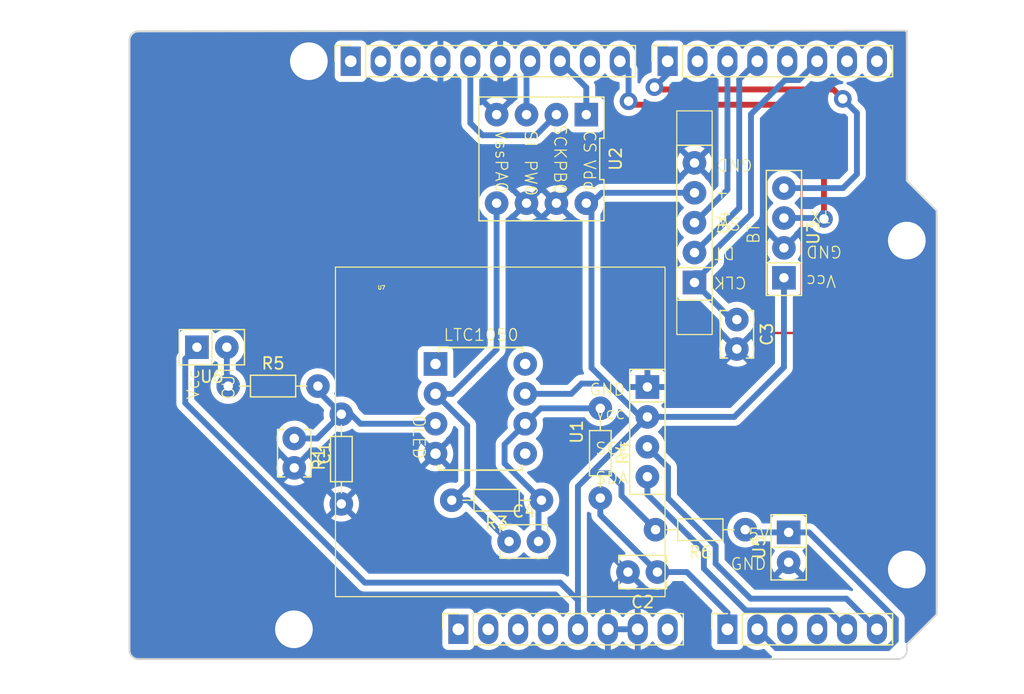
<source format=kicad_pcb>
(kicad_pcb (version 20240108) (generator "pcbnew") (generator_version "8.0")
  (title_block (date "mar. 31 mars 2015"))
  (layers (0 "F.Cu" signal) (31 "B.Cu" signal) (34 "B.Paste" user) (35 "F.Paste" user) (36 "B.SilkS" user "B.Silkscreen") (37 "F.SilkS" user "F.Silkscreen") (38 "B.Mask" user) (39 "F.Mask" user) (44 "Edge.Cuts" user))
  (net 0 "")
  (net 1 "GND")
  (net 3 "+5V")
  (net 4 "/IOREF")
  (net 5 "Net-(U7-+IN)")
  (net 6 "A0")
  (net 7 "/A2")
  (net 8 "/A3")
  (net 9 "IN-")
  (net 10 "Net-(U7-OUT)")
  (net 11 "D11")
  (net 12 "A5")
  (net 13 "/AREF")
  (net 14 "/TX{slash}1")
  (net 15 "/RX{slash}0")
  (net 16 "D13")
  (net 17 "D10")
  (net 18 "/*9")
  (net 19 "A4")
  (net 20 "A1")
  (net 21 "/*6")
  (net 22 "D2")
  (net 23 "D8")
  (net 24 "/*3")
  (net 25 "+3V3")
  (net 26 "VCC")
  (net 27 "/~{RESET}")
  (net 28 "D4")
  (net 29 "D5")
  (net 30 "Net-(U6-OUT)")
  (net 34 "D7")
  (footprint "Connector_PinSocket_2.54mm:PinSocket_1x08_P2.54mm_Vertical" (layer "F.Cu") (at 127.94 97.46 90)
    (property "Reference" "J1" (hide yes))
    (property "Value" "Power")
    (fp_line (start 1.33 -1.33) (end 1.33 0) (stroke (width 0.12)) (layer "F.SilkS"))
    (fp_line (start 0 -1.33) (end 1.33 -1.33) (stroke (width 0.12)) (layer "F.SilkS"))
    (fp_line (start 1.33 1.27) (end 1.33 19.11) (stroke (width 0.12)) (layer "F.SilkS"))
    (fp_line (start -1.33 1.27) (end 1.33 1.27) (stroke (width 0.12)) (layer "F.SilkS"))
    (fp_line (start -1.33 1.27) (end -1.33 19.11) (stroke (width 0.12)) (layer "F.SilkS"))
    (fp_line (start -1.33 19.11) (end 1.33 19.11) (stroke (width 0.12)) (layer "F.SilkS"))
    (pad "1" thru_hole rect (at 0 0 90) (size 2.5 1.7) (drill 1) (layers "*.Cu" "*.Mask"))
    (pad "2" thru_hole oval (at 0 2.54 90) (size 2.5 1.7) (drill 1) (layers "*.Cu" "*.Mask") (net 4 "/IOREF"))
    (pad "3" thru_hole oval (at 0 5.08 90) (size 2.5 1.7) (drill 1) (layers "*.Cu" "*.Mask") (net 27 "/~{RESET}"))
    (pad "4" thru_hole oval (at 0 7.62 90) (size 2.5 1.7) (drill 1) (layers "*.Cu" "*.Mask") (net 25 "+3V3"))
    (pad "5" thru_hole oval (at 0 10.16 90) (size 2.5 1.7) (drill 1) (layers "*.Cu" "*.Mask") (net 3 "+5V"))
    (pad "6" thru_hole oval (at 0 12.7 90) (size 2.5 1.7) (drill 1) (layers "*.Cu" "*.Mask") (net 1 "GND"))
    (pad "7" thru_hole oval (at 0 15.24 90) (size 2.5 1.7) (drill 1) (layers "*.Cu" "*.Mask") (net 1 "GND"))
    (pad "8" thru_hole oval (at 0 17.78 90) (size 2.5 1.7) (drill 1) (layers "*.Cu" "*.Mask") (net 26 "VCC"))
  )
  (footprint "Connector_PinSocket_2.54mm:PinSocket_1x06_P2.54mm_Vertical" (layer "F.Cu") (at 150.8 97.46 90)
    (property "Reference" "J3" (hide yes))
    (property "Value" "Analog")
    (fp_line (start 1.33 -1.33) (end 1.33 0) (stroke (width 0.12)) (layer "F.SilkS"))
    (fp_line (start 0 -1.33) (end 1.33 -1.33) (stroke (width 0.12)) (layer "F.SilkS"))
    (fp_line (start 1.33 1.27) (end 1.33 14.03) (stroke (width 0.12)) (layer "F.SilkS"))
    (fp_line (start -1.33 1.27) (end 1.33 1.27) (stroke (width 0.12)) (layer "F.SilkS"))
    (fp_line (start -1.33 1.27) (end -1.33 14.03) (stroke (width 0.12)) (layer "F.SilkS"))
    (fp_line (start -1.33 14.03) (end 1.33 14.03) (stroke (width 0.12)) (layer "F.SilkS"))
    (pad "1" thru_hole rect (at 0 0 90) (size 2.5 1.7) (drill 1) (layers "*.Cu" "*.Mask") (net 6 "A0"))
    (pad "2" thru_hole oval (at 0 2.54 90) (size 2.5 1.7) (drill 1) (layers "*.Cu" "*.Mask") (net 20 "A1"))
    (pad "3" thru_hole oval (at 0 5.08 90) (size 2.5 1.7) (drill 1) (layers "*.Cu" "*.Mask") (net 7 "/A2"))
    (pad "4" thru_hole oval (at 0 7.62 90) (size 2.5 1.7) (drill 1) (layers "*.Cu" "*.Mask") (net 8 "/A3"))
    (pad "5" thru_hole oval (at 0 10.16 90) (size 2.5 1.7) (drill 1) (layers "*.Cu" "*.Mask") (net 19 "A4"))
    (pad "6" thru_hole oval (at 0 12.7 90) (size 2.5 1.7) (drill 1) (layers "*.Cu" "*.Mask") (net 12 "A5"))
  )
  (footprint "Connector_PinSocket_2.54mm:PinSocket_1x10_P2.54mm_Vertical" (layer "F.Cu") (at 118.796 49.2 90)
    (property "Reference" "J2" (hide yes))
    (property "Value" "Digital/PWM")
    (fp_line (start 1.33 -1.33) (end 1.33 0) (stroke (width 0.12)) (layer "F.SilkS"))
    (fp_line (start 0 -1.33) (end 1.33 -1.33) (stroke (width 0.12)) (layer "F.SilkS"))
    (fp_line (start 1.33 1.27) (end 1.33 24.19) (stroke (width 0.12)) (layer "F.SilkS"))
    (fp_line (start -1.33 1.27) (end 1.33 1.27) (stroke (width 0.12)) (layer "F.SilkS"))
    (fp_line (start -1.33 1.27) (end -1.33 24.19) (stroke (width 0.12)) (layer "F.SilkS"))
    (fp_line (start -1.33 24.19) (end 1.33 24.19) (stroke (width 0.12)) (layer "F.SilkS"))
    (pad "1" thru_hole rect (at 0 0 90) (size 2.5 1.7) (drill 1) (layers "*.Cu" "*.Mask") (net 12 "A5"))
    (pad "2" thru_hole oval (at 0 2.54 90) (size 2.5 1.7) (drill 1) (layers "*.Cu" "*.Mask") (net 19 "A4"))
    (pad "3" thru_hole oval (at 0 5.08 90) (size 2.5 1.7) (drill 1) (layers "*.Cu" "*.Mask") (net 13 "/AREF"))
    (pad "4" thru_hole oval (at 0 7.62 90) (size 2.5 1.7) (drill 1) (layers "*.Cu" "*.Mask") (net 1 "GND"))
    (pad "5" thru_hole oval (at 0 10.16 90) (size 2.5 1.7) (drill 1) (layers "*.Cu" "*.Mask") (net 16 "D13"))
    (pad "6" thru_hole oval (at 0 12.7 90) (size 2.5 1.7) (drill 1) (layers "*.Cu" "*.Mask") (net 1 "GND"))
    (pad "7" thru_hole oval (at 0 15.24 90) (size 2.5 1.7) (drill 1) (layers "*.Cu" "*.Mask") (net 11 "D11"))
    (pad "8" thru_hole oval (at 0 17.78 90) (size 2.5 1.7) (drill 1) (layers "*.Cu" "*.Mask") (net 17 "D10"))
    (pad "9" thru_hole oval (at 0 20.32 90) (size 2.5 1.7) (drill 1) (layers "*.Cu" "*.Mask") (net 18 "/*9"))
    (pad "10" thru_hole oval (at 0 22.86 90) (size 2.5 1.7) (drill 1) (layers "*.Cu" "*.Mask") (net 23 "D8"))
  )
  (footprint "Connector_PinSocket_2.54mm:PinSocket_1x08_P2.54mm_Vertical" (layer "F.Cu") (at 145.72 49.2 90)
    (property "Reference" "J4" (hide yes))
    (property "Value" "Digital/PWM")
    (fp_line (start 1.33 -1.33) (end 1.33 0) (stroke (width 0.12)) (layer "F.SilkS"))
    (fp_line (start 0 -1.33) (end 1.33 -1.33) (stroke (width 0.12)) (layer "F.SilkS"))
    (fp_line (start 1.33 1.27) (end 1.33 19.11) (stroke (width 0.12)) (layer "F.SilkS"))
    (fp_line (start -1.33 1.27) (end 1.33 1.27) (stroke (width 0.12)) (layer "F.SilkS"))
    (fp_line (start -1.33 1.27) (end -1.33 19.11) (stroke (width 0.12)) (layer "F.SilkS"))
    (fp_line (start -1.33 19.11) (end 1.33 19.11) (stroke (width 0.12)) (layer "F.SilkS"))
    (pad "1" thru_hole rect (at 0 0 90) (size 2.5 1.7) (drill 1) (layers "*.Cu" "*.Mask") (net 34 "D7"))
    (pad "2" thru_hole oval (at 0 2.54 90) (size 2.5 1.7) (drill 1) (layers "*.Cu" "*.Mask") (net 21 "/*6"))
    (pad "3" thru_hole oval (at 0 5.08 90) (size 2.5 1.7) (drill 1) (layers "*.Cu" "*.Mask") (net 29 "D5"))
    (pad "4" thru_hole oval (at 0 7.62 90) (size 2.5 1.7) (drill 1) (layers "*.Cu" "*.Mask") (net 28 "D4"))
    (pad "5" thru_hole oval (at 0 10.16 90) (size 2.5 1.7) (drill 1) (layers "*.Cu" "*.Mask") (net 24 "/*3"))
    (pad "6" thru_hole oval (at 0 12.7 90) (size 2.5 1.7) (drill 1) (layers "*.Cu" "*.Mask") (net 22 "D2"))
    (pad "7" thru_hole oval (at 0 15.24 90) (size 2.5 1.7) (drill 1) (layers "*.Cu" "*.Mask") (net 14 "/TX{slash}1"))
    (pad "8" thru_hole oval (at 0 17.78 90) (size 2.5 1.7) (drill 1) (layers "*.Cu" "*.Mask") (net 15 "/RX{slash}0"))
  )
  (footprint "Capacitor_THT:C_Disc_D3.8mm_W2.6mm_P2.50mm" (layer "F.Cu") (at 151.6 71.15 -90)
    (property "Reference" "C3" (at 1.25 -2.55 90) (layer "F.SilkS"))
    (property "Value" "100n")
    (fp_line (start -0.77 1.42) (end 3.27 1.42) (stroke (width 0.12)) (layer "F.SilkS"))
    (fp_line (start -0.77 0.795) (end -0.77 1.42) (stroke (width 0.12)) (layer "F.SilkS"))
    (fp_line (start 3.27 0.795) (end 3.27 1.42) (stroke (width 0.12)) (layer "F.SilkS"))
    (fp_line (start -0.77 -1.42) (end -0.77 -0.795) (stroke (width 0.12)) (layer "F.SilkS"))
    (fp_line (start -0.77 -1.42) (end 3.27 -1.42) (stroke (width 0.12)) (layer "F.SilkS"))
    (fp_line (start 3.27 -1.42) (end 3.27 -0.795) (stroke (width 0.12)) (layer "F.SilkS"))
    (pad "1" thru_hole circle (at 0 0 270) (size 2 2) (drill 0.8) (layers "*.Cu" "*.Mask") (net 22 "D2"))
    (pad "2" thru_hole circle (at 2.5 0 270) (size 2 2) (drill 0.8) (layers "*.Cu" "*.Mask") (net 1 "GND"))
  )
  (footprint "Librairie_Empreinte:OLED" (layer "F.Cu") (at 144 80.69 -90)
    (property "Reference" "U1" (at 0 6 90) (layer "F.SilkS"))
    (property "Value" "~")
    (fp_line (start -5.31 1.5) (end -5.31 -1.5) (stroke (width 0.12)) (layer "F.SilkS"))
    (fp_line (start 5.31 1.5) (end -5.31 1.5) (stroke (width 0.12)) (layer "F.SilkS"))
    (fp_line (start -5.31 -1.5) (end 5.31 -1.5) (stroke (width 0.12)) (layer "F.SilkS"))
    (fp_line (start -2.54 -1.5) (end -2.54 1.5) (stroke (width 0.12)) (layer "F.SilkS"))
    (fp_line (start 5.31 -1.5) (end 5.31 1.5) (stroke (width 0.12)) (layer "F.SilkS"))
    (fp_rect (start -14 -1.5) (end 14 26.5) (stroke (width 0.1)) (fill none) (layer "F.SilkS"))
    (fp_text user "GND" (at -3 5 0) (layer "F.SilkS") (effects (font (thickness 0.1)) (justify left bottom)))
    (fp_text user "Vcc" (at -1 4.5 0) (layer "F.SilkS") (effects (font (thickness 0.1)) (justify left bottom)))
    (fp_text user "SCL" (at 2 4.5 0) (layer "F.SilkS") (effects (font (thickness 0.1)) (justify left bottom)))
    (fp_text user "OLED" (at -1.5 20 -90) (layer "F.SilkS") (effects (font (thickness 0.1)) (justify left bottom)))
    (fp_text user "SDA" (at 4.5 4.5 0) (layer "F.SilkS") (effects (font (thickness 0.1)) (justify left bottom)))
    (pad "1" thru_hole rect (at -3.81 0 270) (size 2 2) (drill 0.8) (layers "*.Cu" "*.Mask") (net 1 "GND"))
    (pad "2" thru_hole circle (at -1.27 0 270) (size 2 2) (drill 0.8) (layers "*.Cu" "*.Mask") (net 3 "+5V"))
    (pad "3" thru_hole circle (at 1.27 0 270) (size 2 2) (drill 0.8) (layers "*.Cu" "*.Mask") (net 12 "A5"))
    (pad "4" thru_hole circle (at 3.81 0 270) (size 2 2) (drill 0.8) (layers "*.Cu" "*.Mask") (net 19 "A4"))
  )
  (footprint "Resistor_THT:R_Axial_DIN0204_L3.6mm_D1.6mm_P7.62mm_Horizontal" (layer "F.Cu") (at 140 78.69 -90)
    (property "Reference" "R4" (at 3.81 -1.92 90) (layer "F.SilkS"))
    (property "Value" "1k")
    (fp_line (start 1.89 0.92) (end 5.73 0.92) (stroke (width 0.12)) (layer "F.SilkS"))
    (fp_line (start 5.73 0.92) (end 5.73 -0.92) (stroke (width 0.12)) (layer "F.SilkS"))
    (fp_line (start 0.94 0) (end 1.89 0) (stroke (width 0.12)) (layer "F.SilkS"))
    (fp_line (start 6.68 0) (end 5.73 0) (stroke (width 0.12)) (layer "F.SilkS"))
    (fp_line (start 1.89 -0.92) (end 1.89 0.92) (stroke (width 0.12)) (layer "F.SilkS"))
    (fp_line (start 5.73 -0.92) (end 1.89 -0.92) (stroke (width 0.12)) (layer "F.SilkS"))
    (pad "1" thru_hole circle (at 0 0 270) (size 2 2) (drill 0.8) (layers "*.Cu" "*.Mask") (net 10 "Net-(U7-OUT)"))
    (pad "2" thru_hole circle (at 7.62 0 270) (size 2 2) (drill 0.8) (layers "*.Cu" "*.Mask") (net 6 "A0"))
  )
  (footprint "Librairie_Empreinte:Capt_grap" (layer "F.Cu") (at 107 73.5)
    (property "Reference" "U6" (at 0 2.5 0) (layer "F.SilkS"))
    (property "Value" "~")
    (fp_line (start -2.77 -1.5) (end 2.77 -1.5) (stroke (width 0.12)) (layer "F.SilkS"))
    (fp_line (start -2.77 1.5) (end -2.77 -1.5) (stroke (width 0.12)) (layer "F.SilkS"))
    (fp_line (start 0 -1.5) (end 0 1.5) (stroke (width 0.12)) (layer "F.SilkS"))
    (fp_line (start 2.77 -1.5) (end 2.77 1.5) (stroke (width 0.12)) (layer "F.SilkS"))
    (fp_line (start 2.77 1.5) (end -2.77 1.5) (stroke (width 0.12)) (layer "F.SilkS"))
    (fp_text user "OUT" (at 2 4.5 90) (layer "F.SilkS") (effects (font (thickness 0.1)) (justify left bottom)))
    (fp_text user "Vcc" (at -1 4.5 90) (layer "F.SilkS") (effects (font (thickness 0.1)) (justify left bottom)))
    (pad "1" thru_hole rect (at -1.27 0) (size 2 2) (drill 0.8) (layers "*.Cu" "*.Mask") (net 3 "+5V"))
    (pad "2" thru_hole circle (at 1.27 0) (size 2 2) (drill 0.8) (layers "*.Cu" "*.Mask") (net 30 "Net-(U6-OUT)"))
  )
  (footprint "Capacitor_THT:C_Disc_D3.8mm_W2.6mm_P2.50mm" (layer "F.Cu") (at 114 81.25 -90)
    (property "Reference" "C1" (at 1.25 -2.55 90) (layer "F.SilkS"))
    (property "Value" "100n")
    (fp_line (start -0.77 1.42) (end 3.27 1.42) (stroke (width 0.12)) (layer "F.SilkS"))
    (fp_line (start -0.77 0.795) (end -0.77 1.42) (stroke (width 0.12)) (layer "F.SilkS"))
    (fp_line (start 3.27 0.795) (end 3.27 1.42) (stroke (width 0.12)) (layer "F.SilkS"))
    (fp_line (start -0.77 -1.42) (end -0.77 -0.795) (stroke (width 0.12)) (layer "F.SilkS"))
    (fp_line (start -0.77 -1.42) (end 3.27 -1.42) (stroke (width 0.12)) (layer "F.SilkS"))
    (fp_line (start 3.27 -1.42) (end 3.27 -0.795) (stroke (width 0.12)) (layer "F.SilkS"))
    (pad "1" thru_hole circle (at 0 0 270) (size 2 2) (drill 0.8) (layers "*.Cu" "*.Mask") (net 5 "Net-(U7-+IN)"))
    (pad "2" thru_hole circle (at 2.5 0 270) (size 2 2) (drill 0.8) (layers "*.Cu" "*.Mask") (net 1 "GND"))
  )
  (footprint "Capacitor_THT:C_Disc_D3.8mm_W2.6mm_P2.50mm" (layer "F.Cu") (at 132.25 90)
    (property "Reference" "C4" (at 1.25 -2.55 0) (layer "F.SilkS"))
    (property "Value" "1u")
    (fp_line (start -0.77 -1.42) (end -0.77 -0.795) (stroke (width 0.12)) (layer "F.SilkS"))
    (fp_line (start -0.77 -1.42) (end 3.27 -1.42) (stroke (width 0.12)) (layer "F.SilkS"))
    (fp_line (start -0.77 0.795) (end -0.77 1.42) (stroke (width 0.12)) (layer "F.SilkS"))
    (fp_line (start -0.77 1.42) (end 3.27 1.42) (stroke (width 0.12)) (layer "F.SilkS"))
    (fp_line (start 3.27 -1.42) (end 3.27 -0.795) (stroke (width 0.12)) (layer "F.SilkS"))
    (fp_line (start 3.27 0.795) (end 3.27 1.42) (stroke (width 0.12)) (layer "F.SilkS"))
    (pad "1" thru_hole circle (at 0 0) (size 2 2) (drill 0.8) (layers "*.Cu" "*.Mask") (net 9 "IN-"))
    (pad "2" thru_hole circle (at 2.5 0) (size 2 2) (drill 0.8) (layers "*.Cu" "*.Mask") (net 10 "Net-(U7-OUT)"))
  )
  (footprint "Librairie_Empreinte:Ampli" (layer "F.Cu") (at 133.62 82.54)
    (property "Reference" "U7" (at -12.208 -14.108 0) (layer "F.SilkS") (effects (font (size 0.314961 0.314961) (thickness 0.07874))))
    (property "Value" "LTC1050ACN8_PBF")
    (fp_line (start -7.366 -9.017) (end -7.366 -8.6614) (stroke (width 0.1524)) (layer "F.SilkS"))
    (fp_line (start -7.366 0.9906) (end -7.366 1.397) (stroke (width 0.1524)) (layer "F.SilkS"))
    (fp_line (start -7.366 1.397) (end -0.254 1.397) (stroke (width 0.1524)) (layer "F.SilkS"))
    (fp_line (start -0.254 -9.017) (end -7.366 -9.017) (stroke (width 0.1524)) (layer "F.SilkS"))
    (fp_line (start -0.254 -8.6106) (end -0.254 -9.017) (stroke (width 0.1524)) (layer "F.SilkS"))
    (fp_line (start -0.254 1.397) (end -0.254 0.9906) (stroke (width 0.1524)) (layer "F.SilkS"))
    (fp_text user "LTC1050" (at -7 -9.5 0) (layer "F.SilkS") (effects (font (thickness 0.1)) (justify left bottom)))
    (pad "1" thru_hole rect (at -7.62 -7.62) (size 2 2) (drill 0.889) (layers "*.Cu" "*.Mask"))
    (pad "2" thru_hole circle (at -7.62 -5.08) (size 2 2) (drill 0.889) (layers "*.Cu" "*.Mask") (net 9 "IN-"))
    (pad "3" thru_hole circle (at -7.62 -2.54) (size 2 2) (drill 0.889) (layers "*.Cu" "*.Mask") (net 5 "Net-(U7-+IN)"))
    (pad "4" thru_hole circle (at -7.62 0) (size 2 2) (drill 0.889) (layers "*.Cu" "*.Mask") (net 1 "GND"))
    (pad "5" thru_hole circle (at 0 0) (size 2 2) (drill 0.889) (layers "*.Cu" "*.Mask"))
    (pad "6" thru_hole circle (at 0 -2.54) (size 2 2) (drill 0.889) (layers "*.Cu" "*.Mask") (net 10 "Net-(U7-OUT)"))
    (pad "7" thru_hole circle (at 0 -5.08) (size 2 2) (drill 0.889) (layers "*.Cu" "*.Mask") (net 3 "+5V"))
    (pad "8" thru_hole circle (at 0 -7.62) (size 2 2) (drill 0.889) (layers "*.Cu" "*.Mask"))
  )
  (footprint "Resistor_THT:R_Axial_DIN0204_L3.6mm_D1.6mm_P7.62mm_Horizontal" (layer "F.Cu") (at 152.31 89 180)
    (property "Reference" "R6" (at 3.81 -1.92 0) (layer "F.SilkS"))
    (property "Value" "47k")
    (fp_line (start 6.68 0) (end 5.73 0) (stroke (width 0.12)) (layer "F.SilkS"))
    (fp_line (start 5.73 0.92) (end 5.73 -0.92) (stroke (width 0.12)) (layer "F.SilkS"))
    (fp_line (start 5.73 -0.92) (end 1.89 -0.92) (stroke (width 0.12)) (layer "F.SilkS"))
    (fp_line (start 1.89 0.92) (end 5.73 0.92) (stroke (width 0.12)) (layer "F.SilkS"))
    (fp_line (start 1.89 -0.92) (end 1.89 0.92) (stroke (width 0.12)) (layer "F.SilkS"))
    (fp_line (start 0.94 0) (end 1.89 0) (stroke (width 0.12)) (layer "F.SilkS"))
    (pad "1" thru_hole circle (at 0 0 180) (size 2 2) (drill 0.8) (layers "*.Cu" "*.Mask") (net 20 "A1"))
    (pad "2" thru_hole circle (at 7.62 0 180) (size 2 2) (drill 0.8) (layers "*.Cu" "*.Mask") (net 3 "+5V"))
  )
  (footprint "Arduino_MountingHole:MountingHole_3.2mm" (layer "F.Cu") (at 115.24 49.2)
    (property "Reference" "MH1" (hide yes))
    (property "Value" "MountingHole_3.2mm" (hide yes))
    (pad "" np_thru_hole circle (at 0 0) (size 3.2 3.2) (drill 3.2) (layers "*.Cu" "*.Mask"))
  )
  (footprint "Librairie_Empreinte:BT" (layer "F.Cu") (at 155.6 63.79 90)
    (property "Reference" "U3" (at 0 2.5 90) (layer "F.SilkS"))
    (property "Value" "~")
    (fp_rect (start -8.5 -1.5) (end 8.5 1.5) (stroke (width 0.2)) (fill none) (layer "F.Cu"))
    (fp_line (start 5.31 -1.5) (end 5.31 1.5) (stroke (width 0.12)) (layer "F.SilkS"))
    (fp_line (start -2.54 -1.5) (end -2.54 1.5) (stroke (width 0.12)) (layer "F.SilkS"))
    (fp_line (start -5.31 -1.5) (end 5.31 -1.5) (stroke (width 0.12)) (layer "F.SilkS"))
    (fp_line (start 5.31 1.5) (end -5.31 1.5) (stroke (width 0.12)) (layer "F.SilkS"))
    (fp_line (start -5.31 1.5) (end -5.31 -1.5) (stroke (width 0.12)) (layer "F.SilkS"))
    (fp_text user "Vcc" (at -3.5 4.5 180) (layer "F.SilkS") (effects (font (thickness 0.1)) (justify left bottom)))
    (fp_text user "GND" (at -1 5 180) (layer "F.SilkS") (effects (font (thickness 0.1)) (justify left bottom)))
    (fp_text user "BT" (at -1 -2 90) (layer "F.SilkS") (effects (font (thickness 0.1)) (justify left bottom)))
    (fp_text user "TX" (at 2 4 180) (layer "F.SilkS") (effects (font (thickness 0.1)) (justify left bottom)))
    (pad "1" thru_hole rect (at -3.81 0 90) (size 2 2) (drill 0.8) (layers "*.Cu" "*.Mask") (net 3 "+5V"))
    (pad "2" thru_hole circle (at -1.27 0 90) (size 2 2) (drill 0.8) (layers "*.Cu" "*.Mask") (net 1 "GND"))
    (pad "3" thru_hole circle (at 1.27 0 90) (size 2 2) (drill 0.8) (layers "*.Cu" "*.Mask") (net 23 "D8"))
    (pad "4" thru_hole circle (at 3.81 0 90) (size 2 2) (drill 0.8) (layers "*.Cu" "*.Mask") (net 34 "D7"))
  )
  (footprint "Librairie_Empreinte:Flex_sensor" (layer "F.Cu") (at 156 90.5 -90)
    (property "Reference" "U5" (at 0 2.5 90) (layer "F.SilkS"))
    (property "Value" "~")
    (fp_line (start -2.77 1.5) (end -2.77 -1.5) (stroke (width 0.12)) (layer "F.SilkS"))
    (fp_line (start 2.77 1.5) (end -2.77 1.5) (stroke (width 0.12)) (layer "F.SilkS"))
    (fp_line (start -2.77 -1.5) (end 2.77 -1.5) (stroke (width 0.12)) (layer "F.SilkS"))
    (fp_line (start 0 -1.5) (end 0 1.5) (stroke (width 0.12)) (layer "F.SilkS"))
    (fp_line (start 2.77 -1.5) (end 2.77 1.5) (stroke (width 0.12)) (layer "F.SilkS"))
    (fp_text user "5V" (at -0.5 3.5 0) (layer "F.SilkS") (effects (font (thickness 0.1)) (justify left bottom)))
    (fp_text user "GND" (at 2 5 0) (layer "F.SilkS") (effects (font (thickness 0.1)) (justify left bottom)))
    (pad "1" thru_hole rect (at -1.27 0 270) (size 2 2) (drill 0.8) (layers "*.Cu" "*.Mask") (net 20 "A1"))
    (pad "2" thru_hole circle (at 1.27 0 270) (size 2 2) (drill 0.8) (layers "*.Cu" "*.Mask") (net 1 "GND"))
  )
  (footprint "Resistor_THT:R_Axial_DIN0204_L3.6mm_D1.6mm_P7.62mm_Horizontal" (layer "F.Cu") (at 108.39 76.8)
    (property "Reference" "R5" (at 3.81 -1.92 0) (layer "F.SilkS"))
    (property "Value" "10k")
    (fp_line (start 0.94 0) (end 1.89 0) (stroke (width 0.12)) (layer "F.SilkS"))
    (fp_line (start 1.89 -0.92) (end 1.89 0.92) (stroke (width 0.12)) (layer "F.SilkS"))
    (fp_line (start 1.89 0.92) (end 5.73 0.92) (stroke (width 0.12)) (layer "F.SilkS"))
    (fp_line (start 5.73 -0.92) (end 1.89 -0.92) (stroke (width 0.12)) (layer "F.SilkS"))
    (fp_line (start 5.73 0.92) (end 5.73 -0.92) (stroke (width 0.12)) (layer "F.SilkS"))
    (fp_line (start 6.68 0) (end 5.73 0) (stroke (width 0.12)) (layer "F.SilkS"))
    (pad "1" thru_hole circle (at 0 0) (size 2 2) (drill 0.8) (layers "*.Cu" "*.Mask") (net 30 "Net-(U6-OUT)"))
    (pad "2" thru_hole circle (at 7.62 0) (size 2 2) (drill 0.8) (layers "*.Cu" "*.Mask") (net 5 "Net-(U7-+IN)"))
  )
  (footprint "Librairie_Empreinte:Encodeur_rotatif" (layer "F.Cu") (at 148 62.92 90)
    (property "Reference" "U4" (at 0 2.5 90) (layer "F.SilkS"))
    (property "Value" "~")
    (fp_line (start 6.58 -1.5) (end 6.58 1.5) (stroke (width 0.12)) (layer "F.SilkS"))
    (fp_line (start -3.81 -1.5) (end -3.81 1.5) (stroke (width 0.12)) (layer "F.SilkS"))
    (fp_line (start -6.58 -1.5) (end 6.58 -1.5) (stroke (width 0.12)) (layer "F.SilkS"))
    (fp_line (start 6.58 1.5) (end -6.58 1.5) (stroke (width 0.12)) (layer "F.SilkS"))
    (fp_line (start -6.58 1.5) (end -6.58 -1.5) (stroke (width 0.12)) (layer "F.SilkS"))
    (fp_rect (start -9.5 -1.5) (end 9.5 1.5) (stroke (width 0.1)) (fill none) (layer "F.SilkS"))
    (fp_text user "+" (at 3 3 180) (layer "F.SilkS") (effects (font (thickness 0.1)) (justify left bottom)))
    (fp_text user "GND" (at 5.5 5 180) (layer "F.SilkS") (effects (font (thickness 0.1)) (justify left bottom)))
    (fp_text user "DT" (at -2 3.5 180) (layer "F.SilkS") (effects (font (thickness 0.1)) (justify left bottom)))
    (fp_text user "CLK" (at -4.5 4.5 180) (layer "F.SilkS") (effects (font (thickness 0.1)) (justify left bottom)))
    (fp_text user "SW" (at 0.5 4 180) (layer "F.SilkS") (effects (font (thickness 0.1)) (justify left bottom)))
    (pad "1" thru_hole rect (at -5.08 0 90) (size 2 2) (drill 0.8) (layers "*.Cu" "*.Mask") (net 22 "D2"))
    (pad "2" thru_hole circle (at -2.54 0 90) (size 2 2) (drill 0.8) (layers "*.Cu" "*.Mask") (net 28 "D4"))
    (pad "3" thru_hole circle (at 0 0 90) (size 2 2) (drill 0.8) (layers "*.Cu" "*.Mask") (net 29 "D5"))
    (pad "4" thru_hole circle (at 2.54 0 90) (size 2 2) (drill 0.8) (layers "*.Cu" "*.Mask") (net 3 "+5V"))
    (pad "5" thru_hole circle (at 5.08 0 90) (size 2 2) (drill 0.8) (layers "*.Cu" "*.Mask") (net 1 "GND"))
  )
  (footprint "Resistor_THT:R_Axial_DIN0204_L3.6mm_D1.6mm_P7.62mm_Horizontal" (layer "F.Cu") (at 118 86.81 90)
    (property "Reference" "R1" (at 3.81 -1.92 90) (layer "F.SilkS"))
    (property "Value" "100k")
    (fp_line (start 5.73 -0.92) (end 1.89 -0.92) (stroke (width 0.12)) (layer "F.SilkS"))
    (fp_line (start 1.89 -0.92) (end 1.89 0.92) (stroke (width 0.12)) (layer "F.SilkS"))
    (fp_line (start 6.68 0) (end 5.73 0) (stroke (width 0.12)) (layer "F.SilkS"))
    (fp_line (start 0.94 0) (end 1.89 0) (stroke (width 0.12)) (layer "F.SilkS"))
    (fp_line (start 5.73 0.92) (end 5.73 -0.92) (stroke (width 0.12)) (layer "F.SilkS"))
    (fp_line (start 1.89 0.92) (end 5.73 0.92) (stroke (width 0.12)) (layer "F.SilkS"))
    (pad "1" thru_hole circle (at 0 0 90) (size 2 2) (drill 0.8) (layers "*.Cu" "*.Mask") (net 1 "GND"))
    (pad "2" thru_hole circle (at 7.62 0 90) (size 2 2) (drill 0.8) (layers "*.Cu" "*.Mask") (net 5 "Net-(U7-+IN)"))
  )
  (footprint "Arduino_MountingHole:MountingHole_3.2mm" (layer "F.Cu") (at 113.97 97.46)
    (property "Reference" "MH2" (hide yes))
    (property "Value" "MountingHole_3.2mm" (hide yes))
    (pad "" np_thru_hole circle (at 0 0) (size 3.2 3.2) (drill 3.2) (layers "*.Cu" "*.Mask"))
  )
  (footprint "Arduino_MountingHole:MountingHole_3.2mm" (layer "F.Cu") (at 166.04 64.44)
    (property "Reference" "MH3" (hide yes))
    (property "Value" "MountingHole_3.2mm" (hide yes))
    (pad "" np_thru_hole circle (at 0 0) (size 3.2 3.2) (drill 3.2) (layers "*.Cu" "*.Mask"))
  )
  (footprint "Resistor_THT:R_Axial_DIN0204_L3.6mm_D1.6mm_P7.62mm_Horizontal" (layer "F.Cu") (at 135 86.5 180)
    (property "Reference" "R3" (at 3.81 -1.92 0) (layer "F.SilkS"))
    (property "Value" "100k")
    (fp_line (start 6.68 0) (end 5.73 0) (stroke (width 0.12)) (layer "F.SilkS"))
    (fp_line (start 5.73 0.92) (end 5.73 -0.92) (stroke (width 0.12)) (layer "F.SilkS"))
    (fp_line (start 5.73 -0.92) (end 1.89 -0.92) (stroke (width 0.12)) (layer "F.SilkS"))
    (fp_line (start 1.89 0.92) (end 5.73 0.92) (stroke (width 0.12)) (layer "F.SilkS"))
    (fp_line (start 1.89 -0.92) (end 1.89 0.92) (stroke (width 0.12)) (layer "F.SilkS"))
    (fp_line (start 0.94 0) (end 1.89 0) (stroke (width 0.12)) (layer "F.SilkS"))
    (pad "1" thru_hole circle (at 0 0 180) (size 2 2) (drill 0.8) (layers "*.Cu" "*.Mask") (net 10 "Net-(U7-OUT)"))
    (pad "2" thru_hole circle (at 7.62 0 180) (size 2 2) (drill 0.8) (layers "*.Cu" "*.Mask") (net 9 "IN-"))
  )
  (footprint "Arduino_MountingHole:MountingHole_3.2mm" (layer "F.Cu") (at 166.04 92.38)
    (property "Reference" "MH4" (hide yes))
    (property "Value" "MountingHole_3.2mm" (hide yes))
    (pad "" np_thru_hole circle (at 0 0) (size 3.2 3.2) (drill 3.2) (layers "*.Cu" "*.Mask"))
  )
  (footprint "Capacitor_THT:C_Disc_D3.8mm_W2.6mm_P2.50mm" (layer "F.Cu") (at 144.85 92.6 180)
    (property "Reference" "C2" (at 1.25 -2.55 0) (layer "F.SilkS"))
    (property "Value" "100n")
    (fp_line (start 3.27 0.795) (end 3.27 1.42) (stroke (width 0.12)) (layer "F.SilkS"))
    (fp_line (start 3.27 -1.42) (end 3.27 -0.795) (stroke (width 0.12)) (layer "F.SilkS"))
    (fp_line (start -0.77 1.42) (end 3.27 1.42) (stroke (width 0.12)) (layer "F.SilkS"))
    (fp_line (start -0.77 0.795) (end -0.77 1.42) (stroke (width 0.12)) (layer "F.SilkS"))
    (fp_line (start -0.77 -1.42) (end 3.27 -1.42) (stroke (width 0.12)) (layer "F.SilkS"))
    (fp_line (start -0.77 -1.42) (end -0.77 -0.795) (stroke (width 0.12)) (layer "F.SilkS"))
    (pad "1" thru_hole circle (at 0 0 180) (size 2 2) (drill 0.8) (layers "*.Cu" "*.Mask") (net 6 "A0"))
    (pad "2" thru_hole circle (at 2.5 0 180) (size 2 2) (drill 0.8) (layers "*.Cu" "*.Mask") (net 1 "GND"))
  )
  (footprint "Librairie_Empreinte:MCP41050" (layer "F.Cu") (at 135 57.5 180)
    (property "Reference" "U2" (at -6.31 0 90) (layer "F.SilkS"))
    (property "Value" "MCP41050")
    (fp_line (start 5.31 5.26) (end 5.31 -5.26) (stroke (width 0.12)) (layer "F.SilkS"))
    (fp_line (start 5.31 -5.26) (end -5.31 -5.26) (stroke (width 0.12)) (layer "F.SilkS"))
    (fp_line (start -4.95 1.753333) (end -5.31 1.753333) (stroke (width 0.12)) (layer "F.SilkS"))
    (fp_line (start -4.95 -1.753333) (end -4.95 1.753333) (stroke (width 0.12)) (layer "F.SilkS"))
    (fp_line (start -5.31 5.26) (end 5.31 5.26) (stroke (width 0.12)) (layer "F.SilkS"))
    (fp_line (start -5.31 1.753333) (end -5.31 5.26) (stroke (width 0.12)) (layer "F.SilkS"))
    (fp_line (start -5.31 -1.753333) (end -4.95 -1.753333) (stroke (width 0.12)) (layer "F.SilkS"))
    (fp_line (start -5.31 -5.26) (end -5.31 -1.753333) (stroke (width 0.12)) (layer "F.SilkS"))
    (fp_text user "Vss" (at 4 2.5 -90) (layer "F.SilkS") (effects (font (thickness 0.1)) (justify left bottom)))
    (fp_text user "SI" (at 1.5 2.5 -90) (layer "F.SilkS") (effects (font (thickness 0.1)) (justify left bottom)))
    (fp_text user "SCK" (at -1 3 -90) (layer "F.SilkS") (effects (font (thickness 0.1)) (justify left bottom)))
    (fp_text user "PW0" (at 1.5 0 -90) (layer "F.SilkS") (effects (font (thickness 0.1)) (justify left bottom)))
    (fp_text user "PB0" (at -1 0 -90) (layer "F.SilkS") (effects (font (thickness 0.1)) (justify left bottom)))
    (fp_text user "CS" (at -3.5 2.5 -90) (layer "F.SilkS") (effects (font (thickness 0.1)) (justify left bottom)))
    (fp_text user "Vdd" (at -3.5 0 -90) (layer "F.SilkS") (effects (font (thickness 0.1)) (justify left bottom)))
    (fp_text user "PA0" (at 4 0 -90) (layer "F.SilkS") (effects (font (thickness 0.1)) (justify left bottom)))
    (pad "1" thru_hole rect (at -3.81 3.76 180) (size 2 2) (drill 0.8) (layers "*.Cu" "*.Mask") (net 17 "D10"))
    (pad "2" thru_hole circle (at -1.27 3.76 180) (size 2 2) (drill 0.8) (layers "*.Cu" "*.Mask") (net 16 "D13"))
    (pad "3" thru_hole circle (at 1.27 3.76 180) (size 2 2) (drill 0.8) (layers "*.Cu" "*.Mask") (net 11 "D11"))
    (pad "4" thru_hole circle (at 3.81 3.76 180) (size 2 2) (drill 0.8) (layers "*.Cu" "*.Mask") (net 1 "GND"))
    (pad "5" thru_hole circle (at 3.81 -3.76 180) (size 2 2) (drill 0.8) (layers "*.Cu" "*.Mask") (net 9 "IN-"))
    (pad "6" thru_hole circle (at 1.27 -3.76 180) (size 2 2) (drill 0.8) (layers "*.Cu" "*.Mask") (net 1 "GND"))
    (pad "7" thru_hole circle (at -1.27 -3.76 180) (size 2 2) (drill 0.8) (layers "*.Cu" "*.Mask") (net 1 "GND"))
    (pad "8" thru_hole circle (at -3.81 -3.76 180) (size 2 2) (drill 0.8) (layers "*.Cu" "*.Mask") (net 3 "+5V"))
  )
  (gr_line (start 166.04 59.36) (end 168.58 61.9) (stroke (width 0.15)) (layer "Edge.Cuts"))
  (gr_line (start 100 99.238) (end 100 47.422) (stroke (width 0.15)) (layer "Edge.Cuts"))
  (gr_line (start 168.58 61.9) (end 168.58 96.19) (stroke (width 0.15)) (layer "Edge.Cuts"))
  (gr_line (start 165.278 100) (end 100.762 100) (stroke (width 0.15)) (layer "Edge.Cuts"))
  (gr_line (start 100.762 46.66) (end 166.04 46.6) (stroke (width 0.15)) (layer "Edge.Cuts"))
  (gr_arc (start 100.762 100) (mid 100.223185 99.776815) (end 100 99.238) (stroke (width 0.15)) (layer "Edge.Cuts"))
  (gr_line (start 168.58 96.19) (end 166.04 98.73) (stroke (width 0.15)) (layer "Edge.Cuts"))
  (gr_arc (start 166.04 99.238) (mid 165.816815 99.776815) (end 165.278 100) (stroke (width 0.15)) (layer "Edge.Cuts"))
  (gr_line (start 166.04 46.6) (end 166.04 59.36) (stroke (width 0.15)) (layer "Edge.Cuts"))
  (gr_line (start 166.04 98.73) (end 166.04 99.238) (stroke (width 0.15)) (layer "Edge.Cuts"))
  (gr_arc (start 100 47.422) (mid 100.223185 46.883185) (end 100.762 46.66) (stroke (width 0.15)) (layer "Edge.Cuts"))
  (segment (start 114 84) (end 114 83.75) (width 0.5) (layer "B.Cu") (net 1))
  (segment (start 155.6 75.2) (end 155.6 67.6) (width 0.5) (layer "B.Cu") (net 3))
  (segment (start 140.12 60.38) (end 148 60.38) (width 0.5) (layer "B.Cu") (net 3))
  (segment (start 144.69 89) (end 141.8 86.11) (width 0.5) (layer "B.Cu") (net 3))
  (segment (start 144 79.42) (end 151.38 79.42) (width 0.5) (layer "B.Cu") (net 3))
  (segment (start 138.1 97.46) (end 138.1 85.32) (width 0.5) (layer "B.Cu") (net 3))
  (segment (start 137.54 77.46) (end 133.62 77.46) (width 0.5) (layer "B.Cu") (net 3))
  (segment (start 140.81 84.21) (end 139.21 84.21) (width 0.5) (layer "B.Cu") (net 3))
  (segment (start 137.54 77.46) (end 138.41 76.59) (width 0.5) (layer "B.Cu") (net 3))
  (segment (start 143.42 79.42) (end 140.59 76.59) (width 0.5) (layer "B.Cu") (net 3))
  (segment (start 138.1 85.32) (end 144 79.42) (width 0.5) (layer "B.Cu") (net 3))
  (segment (start 104.74 78.24) (end 120 93.5) (width 0.5) (layer "B.Cu") (net 3))
  (segment (start 138.81 61.26) (end 139.24 61.26) (width 0.5) (layer "B.Cu") (net 3))
  (segment (start 139.24 61.26) (end 140.12 60.38) (width 0.5) (layer "B.Cu") (net 3))
  (segment (start 144 79.42) (end 143.42 79.42) (width 0.5) (layer "B.Cu") (net 3))
  (segment (start 140.59 76.59) (end 140.21 76.59) (width 0.5) (layer "B.Cu") (net 3))
  (segment (start 136.6 93.5) (end 138.1 95) (width 0.5) (layer "B.Cu") (net 3))
  (segment (start 120 93.5) (end 136.6 93.5) (width 0.5) (layer "B.Cu") (net 3))
  (segment (start 105.73 73.5) (end 104.74 74.49) (width 0.5) (layer "B.Cu") (net 3))
  (segment (start 141.8 85.2) (end 140.81 84.21) (width 0.5) (layer "B.Cu") (net 3))
  (segment (start 151.38 79.42) (end 155.6 75.2) (width 0.5) (layer "B.Cu") (net 3))
  (segment (start 139.25 75.25) (end 139.25 61.7) (width 0.5) (layer "B.Cu") (net 3))
  (segment (start 104.74 74.49) (end 104.74 78.24) (width 0.5) (layer "B.Cu") (net 3))
  (segment (start 138.41 76.59) (end 140.21 76.59) (width 0.5) (layer "B.Cu") (net 3))
  (segment (start 139.25 61.7) (end 138.81 61.26) (width 0.5) (layer "B.Cu") (net 3))
  (segment (start 141.8 86.11) (end 141.8 85.2) (width 0.5) (layer "B.Cu") (net 3))
  (segment (start 140.59 76.59) (end 139.25 75.25) (width 0.5) (layer "B.Cu") (net 3))
  (segment (start 116.01 76.8) (end 116.01 77.2) (width 0.5) (layer "B.Cu") (net 5))
  (segment (start 118 79.19) (end 118.81 79.19) (width 0.5) (layer "B.Cu") (net 5))
  (segment (start 118.81 79.19) (end 119.62 80) (width 0.5) (layer "B.Cu") (net 5))
  (segment (start 114 81.25) (end 115.94 81.25) (width 0.5) (layer "B.Cu") (net 5))
  (segment (start 115.94 81.25) (end 118 79.19) (width 0.5) (layer "B.Cu") (net 5))
  (segment (start 119.62 80) (end 126 80) (width 0.5) (layer "B.Cu") (net 5))
  (segment (start 116.01 77.2) (end 118 79.19) (width 0.5) (layer "B.Cu") (net 5))
  (segment (start 150.8 97.46) (end 150.8 96.05) (width 0.5) (layer "B.Cu") (net 6))
  (segment (start 140 86.31) (end 140 87.75) (width 0.5) (layer "B.Cu") (net 6))
  (segment (start 147.35 92.6) (end 144.85 92.6) (width 0.5) (layer "B.Cu") (net 6))
  (segment (start 140 87.75) (end 144.85 92.6) (width 0.5) (layer "B.Cu") (net 6))
  (segment (start 140 86.31) (end 140 86.38137) (width 0.25) (layer "B.Cu") (net 6))
  (segment (start 150.8 96.05) (end 147.35 92.6) (width 0.5) (layer "B.Cu") (net 6))
  (segment (start 126 77.46) (end 128.69 80.15) (width 0.5) (layer "B.Cu") (net 9))
  (segment (start 127.38 86.5) (end 128.75 86.5) (width 0.5) (layer "B.Cu") (net 9))
  (segment (start 127.414213 77.46) (end 126 77.46) (width 0.5) (layer "B.Cu") (net 9))
  (segment (start 128.69 80.15) (end 128.69 85.19) (width 0.5) (layer "B.Cu") (net 9))
  (segment (start 128.75 86.5) (end 132.25 90) (width 0.5) (layer "B.Cu") (net 9))
  (segment (start 131.19 73.684213) (end 127.414213 77.46) (width 0.5) (layer "B.Cu") (net 9))
  (segment (start 132.19 90) (end 132.25 90) (width 0.5) (layer "B.Cu") (net 9))
  (segment (start 128.69 85.19) (end 127.38 86.5) (width 0.5) (layer "B.Cu") (net 9))
  (segment (start 131.19 61.26) (end 131.19 73.684213) (width 0.5) (layer "B.Cu") (net 9))
  (segment (start 131.87 81.75) (end 133.62 80) (width 0.5) (layer "B.Cu") (net 10))
  (segment (start 134.93 78.69) (end 140 78.69) (width 0.5) (layer "B.Cu") (net 10))
  (segment (start 131.87 81.75) (end 131.87 83.37) (width 0.5) (layer "B.Cu") (net 10))
  (segment (start 133.62 80) (end 134.93 78.69) (width 0.5) (layer "B.Cu") (net 10))
  (segment (start 131.87 83.37) (end 135 86.5) (width 0.5) (layer "B.Cu") (net 10))
  (segment (start 134.75 86.75) (end 135 86.5) (width 0.5) (layer "B.Cu") (net 10))
  (segment (start 134.75 90) (end 134.75 86.75) (width 0.5) (layer "B.Cu") (net 10))
  (segment (start 133.73 49.506) (end 134.036 49.2) (width 0.5) (layer "B.Cu") (net 11))
  (segment (start 133.73 53.74) (end 133.73 49.506) (width 0.5) (layer "B.Cu") (net 11))
  (segment (start 149.800001 91.885787) (end 149.800001 90.385787) (width 0.5) (layer "B.Cu") (net 12))
  (segment (start 145.75 83.71) (end 144 81.96) (width 0.5) (layer "B.Cu") (net 12))
  (segment (start 152.774214 94.86) (end 149.800001 91.885787) (width 0.5) (layer "B.Cu") (net 12))
  (segment (start 163.5 97.46) (end 160.9 94.86) (width 0.5) (layer "B.Cu") (net 12))
  (segment (start 160.9 94.86) (end 152.774214 94.86) (width 0.5) (layer "B.Cu") (net 12))
  (segment (start 149.800001 90.385787) (end 145.75 86.335786) (width 0.5) (layer "B.Cu") (net 12))
  (segment (start 145.75 86.335786) (end 145.75 83.71) (width 0.5) (layer "B.Cu") (net 12))
  (segment (start 163.3 49.2) (end 163.5 49.2) (width 0.5) (layer "B.Cu") (net 15))
  (segment (start 129.99 55.49) (end 128.956 54.456) (width 0.5) (layer "B.Cu") (net 16))
  (segment (start 128.956 54.456) (end 128.956 49.2) (width 0.5) (layer "B.Cu") (net 16))
  (segment (start 134.52 55.49) (end 129.99 55.49) (width 0.5) (layer "B.Cu") (net 16))
  (segment (start 136.27 53.74) (end 134.52 55.49) (width 0.5) (layer "B.Cu") (net 16))
  (segment (start 138.81 53.74) (end 138.81 51.434) (width 0.5) (layer "B.Cu") (net 17))
  (segment (start 138.81 51.434) (end 136.576 49.2) (width 0.5) (layer "B.Cu") (net 17))
  (segment (start 144 86) (end 144 84.5) (width 0.5) (layer "B.Cu") (net 19))
  (segment (start 160.96 97.46) (end 159.36 95.86) (width 0.5) (layer "B.Cu") (net 19))
  (segment (start 152.36 95.86) (end 148.8 92.3) (width 0.5) (layer "B.Cu") (net 19))
  (segment (start 148.8 90.8) (end 144 86) (width 0.5) (layer "B.Cu") (net 19))
  (segment (start 159.36 95.86) (end 152.36 95.86) (width 0.5) (layer "B.Cu") (net 19))
  (segment (start 148.8 92.3) (end 148.8 90.8) (width 0.5) (layer "B.Cu") (net 19))
  (segment (start 152.54 89.23) (end 152.31 89) (width 0.5) (layer "B.Cu") (net 20))
  (segment (start 165.1 98.4) (end 165.1 96.6) (width 0.5) (layer "B.Cu") (net 20))
  (segment (start 153.34 97.46) (end 154.94 99.06) (width 0.5) (layer "B.Cu") (net 20))
  (segment (start 157.73 89.23) (end 156 89.23) (width 0.5) (layer "B.Cu") (net 20))
  (segment (start 156 89.23) (end 152.54 89.23) (width 0.5) (layer "B.Cu") (net 20))
  (segment (start 165.1 96.6) (end 157.73 89.23) (width 0.5) (layer "B.Cu") (net 20))
  (segment (start 154.94 99.06) (end 164.44 99.06) (width 0.5) (layer "B.Cu") (net 20))
  (segment (start 164.44 99.06) (end 165.1 98.4) (width 0.5) (layer "B.Cu") (net 20))
  (segment (start 148 67.21) (end 148.724874 67.21) (width 0.5) (layer "B.Cu") (net 22))
  (segment (start 155.7 50.8) (end 156.871371 50.8) (width 0.5) (layer "B.Cu") (net 22))
  (segment (start 156.871371 50.8) (end 158.471371 49.2) (width 0.5) (layer "B.Cu") (net 22))
  (segment (start 151.15 71.15) (end 148 68) (width 0.5) (layer "B.Cu") (net 22))
  (segment (start 149.75 66.184874) (end 149.75 65.25) (width 0.5) (layer "B.Cu") (net 22))
  (segment (start 148 68) (end 148 67.21) (width 0.5) (layer "B.Cu") (net 22))
  (segment (start 152.8 62.2) (end 152.8 53.7) (width 0.5) (layer "B.Cu") (net 22))
  (segment (start 148.724874 67.21) (end 149.75 66.184874) (width 0.5) (layer "B.Cu") (net 22))
  (segment (start 151.6 71.15) (end 151.15 71.15) (width 0.5) (layer "B.Cu") (net 22))
  (segment (start 149.75 65.25) (end 152.8 62.2) (width 0.5) (layer "B.Cu") (net 22))
  (segment (start 152.8 53.7) (end 155.7 50.8) (width 0.5) (layer "B.Cu") (net 22))
  (segment (start 158.471371 49.2) (end 158.42 49.2) (width 0.5) (layer "B.Cu") (net 22))
  (segment (start 159 54.6) (end 157.3 52.9) (width 0.5) (layer "F.Cu") (net 23))
  (segment (start 157.3 52.9) (end 142.7 52.9) (width 0.5) (layer "F.Cu") (net 23))
  (segment (start 142.7 52.9) (end 142.4 52.6) (width 0.5) (layer "F.Cu") (net 23))
  (segment (start 159 62.6) (end 159 54.6) (width 0.5) (layer "F.Cu") (net 23))
  (via (at 142.4 52.6) (size 1.5) (drill 0.8) (layers "F.Cu" "B.Cu") (net 23))
  (via (at 159 62.6) (size 1.5) (drill 0.8) (layers "F.Cu" "B.Cu") (net 23))
  (segment (start 142.4 52.6) (end 142.4 49.944) (width 0.5) (layer "B.Cu") (net 23))
  (segment (start 142.4 49.944) (end 141.656 49.2) (width 0.5) (layer "B.Cu") (net 23))
  (segment (start 158.92 62.52) (end 159 62.6) (width 0.5) (layer "B.Cu") (net 23))
  (segment (start 155.6 62.52) (end 158.92 62.52) (width 0.5) (layer "B.Cu") (net 23))
  (segment (start 151.8 61.66) (end 151.8 50.74) (width 0.5) (layer "B.Cu") (net 28))
  (segment (start 151.8 50.74) (end 153.34 49.2) (width 0.5) (layer "B.Cu") (net 28))
  (segment (start 148 65.46) (end 151.8 61.66) (width 0.5) (layer "B.Cu") (net 28))
  (segment (start 148 62.92) (end 150.8 60.12) (width 0.5) (layer "B.Cu") (net 29))
  (segment (start 150.8 60.12) (end 150.8 49.2) (width 0.5) (layer "B.Cu") (net 29))
  (segment (start 108.27 76.68) (end 108.27 73.5) (width 0.5) (layer "B.Cu") (net 30))
  (segment (start 108.39 76.8) (end 108.27 76.68) (width 0.5) (layer "B.Cu") (net 30))
  (segment (start 144.8 51.6) (end 159.8 51.6) (width 0.5) (layer "F.Cu") (net 34))
  (segment (start 144.6 51.4) (end 144.8 51.6) (width 0.5) (layer "F.Cu") (net 34))
  (segment (start 159.8 51.6) (end 160.6 52.4) (width 0.5) (layer "F.Cu") (net 34))
  (via (at 160.6 52.4) (size 1.5) (drill 0.8) (layers "F.Cu" "B.Cu") (net 34))
  (via (at 144.6 51.4) (size 1.5) (drill 0.8) (layers "F.Cu" "B.Cu") (net 34))
  (segment (start 161.8 53.6) (end 161.8 58.8) (width 0.5) (layer "B.Cu") (net 34))
  (segment (start 145.72 50.28) (end 145.72 49.2) (width 0.5) (layer "B.Cu") (net 34))
  (segment (start 144.6 51.4) (end 145.72 50.28) (width 0.5) (layer "B.Cu") (net 34))
  (segment (start 160.6 52.4) (end 161.8 53.6) (width 0.5) (layer "B.Cu") (net 34))
  (segment (start 160.62 59.98) (end 155.6 59.98) (width 0.5) (layer "B.Cu") (net 34))
  (segment (start 161.8 58.8) (end 160.62 59.98) (width 0.5) (layer "B.Cu") (net 34))
  (zone (net 1) (net_name "GND") (layer "B.Cu") (connect_pads (clearance 0.508)) (min_thickness 0.25) (fill yes (thermal_gap 0.5) (thermal_bridge_width 0.5))
    (polygon (pts (xy 89 44) (xy 176 44) (xy 176 103) (xy 89.5 103)))
  )
)
</source>
